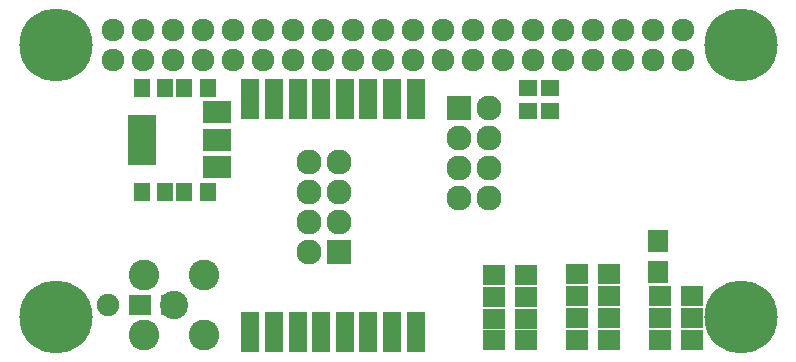
<source format=gts>
G04 #@! TF.FileFunction,Soldermask,Top*
%FSLAX46Y46*%
G04 Gerber Fmt 4.6, Leading zero omitted, Abs format (unit mm)*
G04 Created by KiCad (PCBNEW 4.0.7) date 10/05/17 15:08:02*
%MOMM*%
%LPD*%
G01*
G04 APERTURE LIST*
%ADD10C,0.100000*%
%ADD11C,1.924000*%
%ADD12C,6.190000*%
%ADD13O,2.127200X2.127200*%
%ADD14R,2.127200X2.127200*%
%ADD15R,1.900000X1.700000*%
%ADD16C,2.600000*%
%ADD17C,2.400000*%
%ADD18C,1.900000*%
%ADD19R,1.600000X3.400000*%
%ADD20R,1.400000X1.650000*%
%ADD21R,2.400000X4.200000*%
%ADD22R,2.400000X1.900000*%
%ADD23R,1.650000X1.400000*%
%ADD24R,1.700000X1.900000*%
G04 APERTURE END LIST*
D10*
D11*
X124371100Y-106273600D03*
X124371100Y-103733600D03*
X126911100Y-106273600D03*
X126911100Y-103733600D03*
X129451100Y-106273600D03*
X129451100Y-103733600D03*
X131991100Y-106273600D03*
X131991100Y-103733600D03*
X134531100Y-106273600D03*
X134531100Y-103733600D03*
X137071100Y-106273600D03*
X137071100Y-103733600D03*
X139611100Y-106273600D03*
X139611100Y-103733600D03*
X142151100Y-106273600D03*
X142151100Y-103733600D03*
X144691100Y-106273600D03*
X144691100Y-103733600D03*
X147231100Y-106273600D03*
X147231100Y-103733600D03*
X149771100Y-106273600D03*
X149771100Y-103733600D03*
X152311100Y-106273600D03*
X152311100Y-103733600D03*
X154851100Y-106273600D03*
X154851100Y-103733600D03*
X157391100Y-106273600D03*
X157391100Y-103733600D03*
X159931100Y-106273600D03*
X159931100Y-103733600D03*
X162471100Y-106273600D03*
X162471100Y-103733600D03*
X165011100Y-106273600D03*
X165011100Y-103733600D03*
X167551100Y-106273600D03*
X167551100Y-103733600D03*
X170091100Y-106273600D03*
X170091100Y-103733600D03*
X172631100Y-106273600D03*
X172631100Y-103733600D03*
D12*
X119501100Y-105003600D03*
X177501100Y-105003600D03*
X177501100Y-128003600D03*
X119501100Y-128003600D03*
D13*
X143476000Y-114856000D03*
X140936000Y-114856000D03*
X143476000Y-117396000D03*
X140936000Y-117396000D03*
X143476000Y-119936000D03*
X140936000Y-119936000D03*
D14*
X143476000Y-122476000D03*
D13*
X140936000Y-122476000D03*
D15*
X156650000Y-130000000D03*
X159350000Y-130000000D03*
X163650000Y-130000000D03*
X166350000Y-130000000D03*
X170650000Y-130000000D03*
X173350000Y-130000000D03*
D16*
X126960000Y-129540000D03*
X126960000Y-124460000D03*
X132040000Y-124460000D03*
X132040000Y-129540000D03*
D17*
X129500000Y-127000000D03*
D15*
X156650000Y-128150000D03*
X159350000Y-128150000D03*
X163650000Y-128100000D03*
X166350000Y-128100000D03*
X170650000Y-128100000D03*
X173350000Y-128100000D03*
X126650000Y-127000000D03*
X129350000Y-127000000D03*
D18*
X123950000Y-127000000D03*
D19*
X150000000Y-109600000D03*
X148000000Y-109600000D03*
X146000000Y-109600000D03*
X144000000Y-109600000D03*
X142000000Y-109600000D03*
X140000000Y-109600000D03*
X138000000Y-109600000D03*
X136000000Y-109600000D03*
X136000000Y-129300000D03*
X138000000Y-129300000D03*
X140000000Y-129300000D03*
X142000000Y-129300000D03*
X144000000Y-129300000D03*
X146000000Y-129300000D03*
X148000000Y-129300000D03*
X150000000Y-129300000D03*
D20*
X130400000Y-108600000D03*
X132400000Y-108600000D03*
X128800000Y-108600000D03*
X126800000Y-108600000D03*
X130400000Y-117400000D03*
X132400000Y-117400000D03*
X128800000Y-117400000D03*
X126800000Y-117400000D03*
D21*
X126850000Y-113000000D03*
D22*
X133150000Y-113000000D03*
X133150000Y-110700000D03*
X133150000Y-115300000D03*
D23*
X159500000Y-110600000D03*
X159500000Y-108600000D03*
X161400000Y-110600000D03*
X161400000Y-108600000D03*
D13*
X153624000Y-117944000D03*
X156164000Y-117944000D03*
X153624000Y-115404000D03*
X156164000Y-115404000D03*
X153624000Y-112864000D03*
X156164000Y-112864000D03*
D14*
X153624000Y-110324000D03*
D13*
X156164000Y-110324000D03*
D15*
X156650000Y-126300000D03*
X159350000Y-126300000D03*
X163650000Y-126250000D03*
X166350000Y-126250000D03*
X170650000Y-126250000D03*
X173350000Y-126250000D03*
X156650000Y-124450000D03*
X159350000Y-124450000D03*
X163650000Y-124400000D03*
X166350000Y-124400000D03*
D24*
X170550000Y-121550000D03*
X170550000Y-124250000D03*
M02*

</source>
